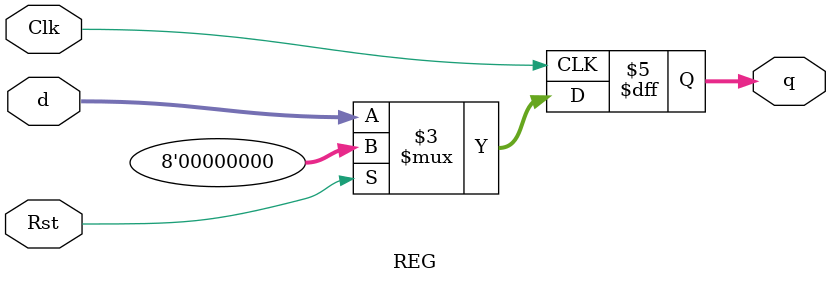
<source format=v>
`timescale 1ns / 1ps

module REG #(parameter WIDTH = 8) (d, Clk, Rst, q);
   input [WIDTH-1:0] d;
   input Clk, Rst;

   output reg [WIDTH-1:0] q;

   always @ (posedge Clk) begin
      if (Rst) begin
         q = {WIDTH{1'b0}};;
      end
      else begin
         q <= d;
      end
   end

endmodule // REG

</source>
